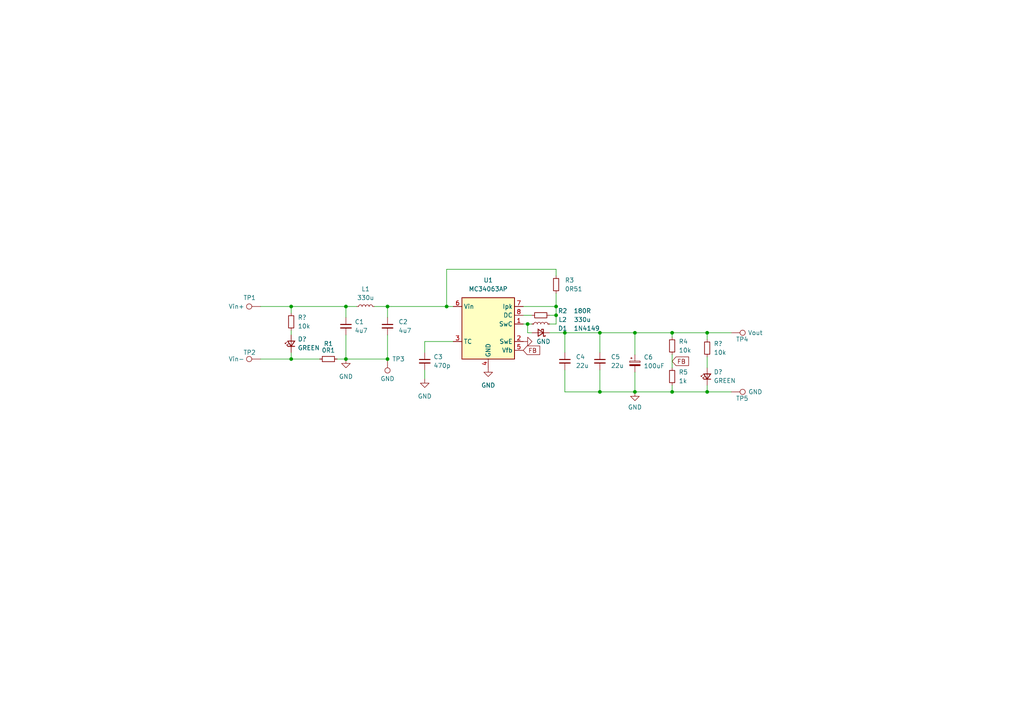
<source format=kicad_sch>
(kicad_sch (version 20211123) (generator eeschema)
  (paper "A4")
  (lib_symbols
    (symbol "Connector:TestPoint" (pin_numbers hide) (pin_names (offset 0.762) hide)
      (property "Reference" "TP" (at 0 6.858 0))
      (property "Value" "TestPoint" (at 0 5.08 0))
      (symbol "TestPoint_0_1"
        (circle (center 0 3.302) (radius 0.762))
      )
      (symbol "TestPoint_1_1"
        (pin passive line (at 0 0 90) (length 2.54) (name "1") (number "1"))
      )
    )
    (symbol "Device:C_Polarized_Small" (pin_numbers hide) (pin_names (offset 0.254) hide)
      (property "Reference" "C" (at 0.254 1.778 0))
      (property "Value" "C_Polarized_Small" (at 0.254 -2.032 0))
      (symbol "C_Polarized_Small_0_1"
        (rectangle (start -1.524 -0.3048) (end 1.524 -0.6858) (fill (type outline)))
        (rectangle (start -1.524 0.6858) (end 1.524 0.3048))
        (polyline (pts (xy -1.27 1.524) (xy -0.762 1.524)))
        (polyline (pts (xy -1.016 1.27) (xy -1.016 1.778)))
      )
      (symbol "C_Polarized_Small_1_1"
        (pin passive line (at 0 2.54 270) (length 1.8542) (name "~") (number "1"))
        (pin passive line (at 0 -2.54 90) (length 1.8542) (name "~") (number "2"))
      )
    )
    (symbol "Device:C_Small" (pin_numbers hide) (pin_names (offset 0.254) hide)
      (property "Reference" "C" (at 0.254 1.778 0))
      (property "Value" "C_Small" (at 0.254 -2.032 0))
      (symbol "C_Small_0_1"
        (polyline (pts (xy -1.524 -0.508) (xy 1.524 -0.508)) (stroke (width 0.3302)))
        (polyline (pts (xy -1.524 0.508) (xy 1.524 0.508)) (stroke (width 0.3048)))
      )
      (symbol "C_Small_1_1"
        (pin passive line (at 0 2.54 270) (length 2.032) (name "~") (number "1"))
        (pin passive line (at 0 -2.54 90) (length 2.032) (name "~") (number "2"))
      )
    )
    (symbol "Device:D_Schottky_Small" (pin_numbers hide) (pin_names (offset 0.254) hide)
      (property "Reference" "D" (at -1.27 2.032 0))
      (property "Value" "D_Schottky_Small" (at -7.112 -2.032 0))
      (symbol "D_Schottky_Small_0_1"
        (polyline (pts (xy -0.762 0) (xy 0.762 0)))
        (polyline (pts (xy 0.762 -1.016) (xy -0.762 0) (xy 0.762 1.016) (xy 0.762 -1.016)) (stroke (width 0.254)))
        (polyline (pts (xy -1.27 0.762) (xy -1.27 1.016) (xy -0.762 1.016) (xy -0.762 -1.016) (xy -0.254 -1.016) (xy -0.254 -0.762)) (stroke (width 0.254)))
      )
      (symbol "D_Schottky_Small_1_1"
        (pin passive line (at -2.54 0 0) (length 1.778) (name "K") (number "1"))
        (pin passive line (at 2.54 0 180) (length 1.778) (name "A") (number "2"))
      )
    )
    (symbol "Device:LED_Small" (pin_numbers hide) (pin_names (offset 0.254) hide)
      (property "Reference" "D" (at -1.27 3.175 0))
      (property "Value" "LED_Small" (at -4.445 -2.54 0))
      (symbol "LED_Small_0_1"
        (polyline (pts (xy -0.762 -1.016) (xy -0.762 1.016)) (stroke (width 0.254)))
        (polyline (pts (xy 1.016 0) (xy -0.762 0)))
        (polyline (pts (xy 0.762 -1.016) (xy -0.762 0) (xy 0.762 1.016) (xy 0.762 -1.016)) (stroke (width 0.254)))
        (polyline (pts (xy 0 0.762) (xy -0.508 1.27) (xy -0.254 1.27) (xy -0.508 1.27) (xy -0.508 1.016)))
        (polyline (pts (xy 0.508 1.27) (xy 0 1.778) (xy 0.254 1.778) (xy 0 1.778) (xy 0 1.524)))
      )
      (symbol "LED_Small_1_1"
        (pin passive line (at -2.54 0 0) (length 1.778) (name "K") (number "1"))
        (pin passive line (at 2.54 0 180) (length 1.778) (name "A") (number "2"))
      )
    )
    (symbol "Device:L_Small" (pin_numbers hide) (pin_names (offset 0.254) hide)
      (property "Reference" "L" (at 0.762 1.016 0))
      (property "Value" "L_Small" (at 0.762 -1.016 0))
      (symbol "L_Small_0_1"
        (arc (start 0 -2.032) (mid 0.508 -1.524) (end 0 -1.016))
        (arc (start 0 -1.016) (mid 0.508 -0.508) (end 0 0))
        (arc (start 0 0) (mid 0.508 0.508) (end 0 1.016))
        (arc (start 0 1.016) (mid 0.508 1.524) (end 0 2.032))
      )
      (symbol "L_Small_1_1"
        (pin passive line (at 0 2.54 270) (length 0.508) (name "~") (number "1"))
        (pin passive line (at 0 -2.54 90) (length 0.508) (name "~") (number "2"))
      )
    )
    (symbol "Device:R_Small" (pin_numbers hide) (pin_names (offset 0.254) hide)
      (property "Reference" "R" (at 0.762 0.508 0))
      (property "Value" "R_Small" (at 0.762 -1.016 0))
      (symbol "R_Small_0_1"
        (rectangle (start -0.762 1.778) (end 0.762 -1.778) (stroke (width 0.2032)))
      )
      (symbol "R_Small_1_1"
        (pin passive line (at 0 2.54 270) (length 0.762) (name "~") (number "1"))
        (pin passive line (at 0 -2.54 90) (length 0.762) (name "~") (number "2"))
      )
    )
    (symbol "Regulator_Switching:MC34063AP"
      (property "Reference" "U" (at -7.62 8.89 0))
      (property "Value" "MC34063AP" (at 0 8.89 0))
      (symbol "MC34063AP_0_1"
        (rectangle (start -7.62 7.62) (end 7.62 -10.16) (stroke (width 0.254)) (fill (type background)))
      )
      (symbol "MC34063AP_1_1"
        (pin open_collector line (at 10.16 0 180) (length 2.54) (name "SwC") (number "1"))
        (pin open_emitter line (at 10.16 -5.08 180) (length 2.54) (name "SwE") (number "2"))
        (pin passive line (at -10.16 -5.08 0) (length 2.54) (name "TC") (number "3"))
        (pin power_in line (at 0 -12.7 90) (length 2.54) (name "GND") (number "4"))
        (pin input line (at 10.16 -7.62 180) (length 2.54) (name "Vfb") (number "5"))
        (pin power_in line (at -10.16 5.08 0) (length 2.54) (name "Vin") (number "6"))
        (pin input line (at 10.16 5.08 180) (length 2.54) (name "Ipk") (number "7"))
        (pin open_collector line (at 10.16 2.54 180) (length 2.54) (name "DC") (number "8"))
      )
    )
    (symbol "power:GND" (power) (pin_names (offset 0))
      (property "Value" "GND" (at 0 -3.81 0))
      (symbol "GND_0_1"
        (polyline (pts (xy 0 0) (xy 0 -1.27) (xy 1.27 -1.27) (xy 0 -2.54) (xy -1.27 -1.27) (xy 0 -1.27)))
      )
      (symbol "GND_1_1"
        (pin power_in line (at 0 0 270) (length 0) hide (name "GND") (number "1"))
      )
    )
  )
  (junction (at 173.99 113.665))
  (junction (at 84.455 104.14))
  (junction (at 112.395 88.9))
  (junction (at 194.945 113.665))
  (junction (at 205.105 96.52))
  (junction (at 112.395 104.14))
  (junction (at 205.105 113.665))
  (junction (at 163.83 96.52))
  (junction (at 184.15 96.52))
  (junction (at 184.15 113.665))
  (junction (at 100.33 104.14))
  (junction (at 129.54 88.9))
  (junction (at 161.29 88.9))
  (junction (at 194.945 96.52))
  (junction (at 173.99 96.52))
  (junction (at 153.035 93.98))
  (junction (at 100.33 88.9))
  (junction (at 161.29 91.44))
  (junction (at 84.455 88.9))
  (wire (pts (xy 205.105 96.52) (xy 212.09 96.52)))
  (wire (pts (xy 84.455 88.9) (xy 84.455 90.805)))
  (wire (pts (xy 161.29 85.09) (xy 161.29 88.9)))
  (wire (pts (xy 75.565 104.14) (xy 84.455 104.14)))
  (wire (pts (xy 173.99 107.315) (xy 173.99 113.665)))
  (wire (pts (xy 194.945 111.76) (xy 194.945 113.665)))
  (wire (pts (xy 159.385 93.98) (xy 161.29 93.98)))
  (wire (pts (xy 84.455 95.885) (xy 84.455 97.155)))
  (wire (pts (xy 153.035 93.98) (xy 154.305 93.98)))
  (wire (pts (xy 184.15 113.665) (xy 194.945 113.665)))
  (wire (pts (xy 205.105 111.76) (xy 205.105 113.665)))
  (wire (pts (xy 205.105 113.665) (xy 194.945 113.665)))
  (wire (pts (xy 84.455 104.14) (xy 92.71 104.14)))
  (wire (pts (xy 205.105 96.52) (xy 205.105 98.425)))
  (wire (pts (xy 131.445 88.9) (xy 129.54 88.9)))
  (wire (pts (xy 97.79 104.14) (xy 100.33 104.14)))
  (wire (pts (xy 161.29 91.44) (xy 161.29 88.9)))
  (wire (pts (xy 173.99 96.52) (xy 184.15 96.52)))
  (wire (pts (xy 184.15 96.52) (xy 184.15 102.87)))
  (wire (pts (xy 151.765 93.98) (xy 153.035 93.98)))
  (wire (pts (xy 173.99 96.52) (xy 173.99 102.235)))
  (wire (pts (xy 112.395 97.155) (xy 112.395 104.14)))
  (wire (pts (xy 205.105 103.505) (xy 205.105 106.68)))
  (wire (pts (xy 112.395 88.9) (xy 112.395 92.075)))
  (wire (pts (xy 129.54 78.105) (xy 161.29 78.105)))
  (wire (pts (xy 161.29 93.98) (xy 161.29 91.44)))
  (wire (pts (xy 212.09 113.665) (xy 205.105 113.665)))
  (wire (pts (xy 194.945 102.87) (xy 194.945 106.68)))
  (wire (pts (xy 75.565 88.9) (xy 84.455 88.9)))
  (wire (pts (xy 163.83 107.315) (xy 163.83 113.665)))
  (wire (pts (xy 184.15 96.52) (xy 194.945 96.52)))
  (wire (pts (xy 161.29 78.105) (xy 161.29 80.01)))
  (wire (pts (xy 173.99 113.665) (xy 184.15 113.665)))
  (wire (pts (xy 151.765 91.44) (xy 154.305 91.44)))
  (wire (pts (xy 194.945 96.52) (xy 194.945 97.79)))
  (wire (pts (xy 163.83 113.665) (xy 173.99 113.665)))
  (wire (pts (xy 100.33 104.14) (xy 112.395 104.14)))
  (wire (pts (xy 159.385 96.52) (xy 163.83 96.52)))
  (wire (pts (xy 100.33 88.9) (xy 103.505 88.9)))
  (wire (pts (xy 163.83 96.52) (xy 173.99 96.52)))
  (wire (pts (xy 84.455 88.9) (xy 100.33 88.9)))
  (wire (pts (xy 163.83 96.52) (xy 163.83 102.235)))
  (wire (pts (xy 161.29 88.9) (xy 151.765 88.9)))
  (wire (pts (xy 123.19 99.06) (xy 123.19 102.235)))
  (wire (pts (xy 153.035 96.52) (xy 154.305 96.52)))
  (wire (pts (xy 100.33 88.9) (xy 100.33 92.075)))
  (wire (pts (xy 153.035 93.98) (xy 153.035 96.52)))
  (wire (pts (xy 100.33 97.155) (xy 100.33 104.14)))
  (wire (pts (xy 129.54 88.9) (xy 129.54 78.105)))
  (wire (pts (xy 184.15 107.95) (xy 184.15 113.665)))
  (wire (pts (xy 123.19 107.315) (xy 123.19 109.855)))
  (wire (pts (xy 84.455 102.235) (xy 84.455 104.14)))
  (wire (pts (xy 159.385 91.44) (xy 161.29 91.44)))
  (wire (pts (xy 108.585 88.9) (xy 112.395 88.9)))
  (wire (pts (xy 131.445 99.06) (xy 123.19 99.06)))
  (wire (pts (xy 112.395 88.9) (xy 129.54 88.9)))
  (wire (pts (xy 194.945 96.52) (xy 205.105 96.52)))
  (global_label "FB" (shape input) (at 194.945 104.775 0) (property "Intersheet References" "${INTERSHEET_REFS}" (effects hide)))
  (global_label "FB" (shape input) (at 151.765 101.6 0) (property "Intersheet References" "${INTERSHEET_REFS}" (effects hide)))
  (symbol (lib_id "Connector:TestPoint") (at 75.565 104.14 90) (unit 1)
    (property "Reference" "TP2" (at 72.39 102.235 90))
    (property "Value" "Vin-" (at 68.58 104.14 90))
    (property "Footprint" "TestPoint:TestPoint_Bridge_Pitch2.54mm_Drill1.0mm" (effects hide))
  )
  (symbol (lib_id "Device:R_Small") (at 205.105 100.965 0) (unit 1)
    (property "Reference" "R?" (at 207.01 99.6949 0) (effects (justify left)))
    (property "Value" "10k" (at 207.01 102.2349 0) (effects (justify left)))
  )
  (symbol (lib_id "Device:L_Small") (at 156.845 93.98 90) (unit 1)
    (property "Reference" "L2" (at 163.195 92.71 90))
    (property "Value" "330u" (at 168.91 92.71 90))
  )
  (symbol (lib_id "Device:R_Small") (at 95.25 104.14 270) (unit 1)
    (property "Reference" "R1" (at 95.25 99.695 90))
    (property "Value" "0R1" (at 95.25 101.6 90))
    (property "Footprint" "Resistor_THT:R_Axial_DIN0207_L6.3mm_D2.5mm_P10.16mm_Horizontal" (effects hide))
  )
  (symbol (lib_id "Connector:TestPoint") (at 212.09 96.52 270) (unit 1)
    (property "Reference" "TP4" (at 215.265 98.425 90))
    (property "Value" "Vout" (at 219.075 96.52 90))
    (property "Footprint" "TestPoint:TestPoint_Bridge_Pitch2.54mm_Drill1.0mm" (effects hide))
  )
  (symbol (lib_id "Device:C_Small") (at 123.19 104.775 0) (unit 1)
    (property "Reference" "C3" (at 125.73 103.5112 0) (effects (justify left)))
    (property "Value" "470p" (at 125.73 106.0512 0) (effects (justify left)))
    (property "Footprint" "Capacitor_THT:C_Rect_L7.0mm_W2.5mm_P5.00mm" (effects hide))
  )
  (symbol (lib_id "Connector:TestPoint") (at 212.09 113.665 270) (unit 1)
    (property "Reference" "TP5" (at 215.265 115.57 90))
    (property "Value" "GND" (at 219.075 113.665 90))
    (property "Footprint" "TestPoint:TestPoint_Bridge_Pitch2.54mm_Drill1.0mm" (effects hide))
  )
  (symbol (lib_id "Device:C_Small") (at 100.33 94.615 0) (unit 1)
    (property "Reference" "C1" (at 102.87 93.3512 0) (effects (justify left)))
    (property "Value" "4u7" (at 102.87 95.8912 0) (effects (justify left)))
    (property "Footprint" "Capacitor_SMD:C_0805_2012Metric_Pad1.18x1.45mm_HandSolder" (effects hide))
  )
  (symbol (lib_id "Device:L_Small") (at 106.045 88.9 90) (unit 1)
    (property "Reference" "L1" (at 106.045 83.82 90))
    (property "Value" "330u" (at 106.045 86.36 90))
  )
  (symbol (lib_id "Device:C_Small") (at 163.83 104.775 0) (unit 1)
    (property "Reference" "C4" (at 167.005 103.5112 0) (effects (justify left)))
    (property "Value" "22u" (at 167.005 106.0512 0) (effects (justify left)))
    (property "Footprint" "Capacitor_SMD:C_0805_2012Metric_Pad1.18x1.45mm_HandSolder" (effects hide))
  )
  (symbol (lib_id "power:GND") (at 123.19 109.855 0) (unit 1)
    (property "Reference" "#PWR02" (effects hide))
    (property "Value" "GND" (at 123.19 114.935 0))
  )
  (symbol (lib_id "Device:R_Small") (at 84.455 93.345 0) (unit 1)
    (property "Reference" "R?" (at 86.36 92.0749 0) (effects (justify left)))
    (property "Value" "10k" (at 86.36 94.6149 0) (effects (justify left)))
  )
  (symbol (lib_id "Device:D_Schottky_Small") (at 156.845 96.52 180) (unit 1)
    (property "Reference" "D1" (at 163.195 95.25 0))
    (property "Value" "1N4149" (at 170.18 95.25 0))
    (property "Footprint" "Diode_THT:D_DO-35_SOD27_P7.62mm_Horizontal" (effects hide))
  )
  (symbol (lib_id "Connector:TestPoint") (at 112.395 104.14 180) (unit 1)
    (property "Reference" "TP3" (at 115.57 104.14 0))
    (property "Value" "GND" (at 112.395 109.855 0))
    (property "Footprint" "TestPoint:TestPoint_Bridge_Pitch2.54mm_Drill1.0mm" (effects hide))
  )
  (symbol (lib_id "Device:LED_Small") (at 205.105 109.22 90) (unit 1)
    (property "Reference" "D?" (at 207.01 107.8864 90) (effects (justify right)))
    (property "Value" "GREEN" (at 207.01 110.4264 90) (effects (justify right)))
  )
  (symbol (lib_id "Device:C_Small") (at 173.99 104.775 0) (unit 1)
    (property "Reference" "C5" (at 177.165 103.5112 0) (effects (justify left)))
    (property "Value" "22u" (at 177.165 106.0512 0) (effects (justify left)))
    (property "Footprint" "Capacitor_SMD:C_1206_3216Metric_Pad1.33x1.80mm_HandSolder" (effects hide))
  )
  (symbol (lib_id "Device:R_Small") (at 156.845 91.44 270) (unit 1)
    (property "Reference" "R2" (at 163.195 90.17 90))
    (property "Value" "180R" (at 168.91 90.17 90))
    (property "Footprint" "Resistor_THT:R_Axial_DIN0207_L6.3mm_D2.5mm_P10.16mm_Horizontal" (effects hide))
  )
  (symbol (lib_id "power:GND") (at 151.765 99.06 90) (unit 1)
    (property "Reference" "#PWR04" (effects hide))
    (property "Value" "GND" (at 155.575 99.0599 90) (effects (justify right)))
  )
  (symbol (lib_id "power:GND") (at 184.15 113.665 0) (unit 1)
    (property "Reference" "#PWR05" (effects hide))
    (property "Value" "GND" (at 184.15 118.11 0))
  )
  (symbol (lib_id "power:GND") (at 141.605 106.68 0) (unit 1)
    (property "Reference" "#PWR03" (effects hide))
    (property "Value" "GND" (at 141.605 111.76 0))
  )
  (symbol (lib_id "Device:R_Small") (at 194.945 100.33 180) (unit 1)
    (property "Reference" "R4" (at 196.85 99.0599 0) (effects (justify right)))
    (property "Value" "10k" (at 196.85 101.5999 0) (effects (justify right)))
    (property "Footprint" "Resistor_THT:R_Axial_DIN0207_L6.3mm_D2.5mm_P10.16mm_Horizontal" (effects hide))
  )
  (symbol (lib_id "Connector:TestPoint") (at 75.565 88.9 90) (unit 1)
    (property "Reference" "TP1" (at 72.39 86.36 90))
    (property "Value" "Vin+" (at 68.58 88.9 90))
    (property "Footprint" "TestPoint:TestPoint_Bridge_Pitch2.54mm_Drill1.0mm" (effects hide))
  )
  (symbol (lib_id "Regulator_Switching:MC34063AP") (at 141.605 93.98 0) (unit 1)
    (property "Reference" "U1" (at 141.605 81.28 0))
    (property "Value" "MC34063AP" (at 141.605 83.82 0))
    (property "Footprint" "Package_DIP:DIP-8_W7.62mm" (effects hide))
    (property "Datasheet" "http://www.onsemi.com/pub_link/Collateral/MC34063A-D.PDF" (effects hide))
  )
  (symbol (lib_id "Device:C_Small") (at 112.395 94.615 0) (unit 1)
    (property "Reference" "C2" (at 115.57 93.3512 0) (effects (justify left)))
    (property "Value" "4u7" (at 115.57 95.8912 0) (effects (justify left)))
    (property "Footprint" "Capacitor_SMD:C_0805_2012Metric_Pad1.18x1.45mm_HandSolder" (effects hide))
  )
  (symbol (lib_id "Device:R_Small") (at 194.945 109.22 180) (unit 1)
    (property "Reference" "R5" (at 196.85 107.9499 0) (effects (justify right)))
    (property "Value" "1k" (at 196.85 110.4899 0) (effects (justify right)))
    (property "Footprint" "Resistor_THT:R_Axial_DIN0207_L6.3mm_D2.5mm_P10.16mm_Horizontal" (effects hide))
  )
  (symbol (lib_id "power:GND") (at 100.33 104.14 0) (unit 1)
    (property "Reference" "#PWR01" (effects hide))
    (property "Value" "GND" (at 100.33 109.22 0))
  )
  (symbol (lib_id "Device:C_Polarized_Small") (at 184.15 105.41 0) (unit 1)
    (property "Reference" "C6" (at 186.69 103.5938 0) (effects (justify left)))
    (property "Value" "100uF" (at 186.69 106.1338 0) (effects (justify left)))
    (property "Footprint" "Capacitor_THT:CP_Radial_D6.3mm_P2.50mm" (effects hide))
  )
  (symbol (lib_id "Device:LED_Small") (at 84.455 99.695 90) (unit 1)
    (property "Reference" "D?" (at 86.36 98.3614 90) (effects (justify right)))
    (property "Value" "GREEN" (at 86.36 100.9014 90) (effects (justify right)))
  )
  (symbol (lib_id "Device:R_Small") (at 161.29 82.55 180) (unit 1)
    (property "Reference" "R3" (at 163.83 81.2799 0) (effects (justify right)))
    (property "Value" "0R51" (at 163.83 83.8199 0) (effects (justify right)))
    (property "Footprint" "Resistor_THT:R_Axial_DIN0207_L6.3mm_D2.5mm_P10.16mm_Horizontal" (effects hide))
  )
)
</source>
